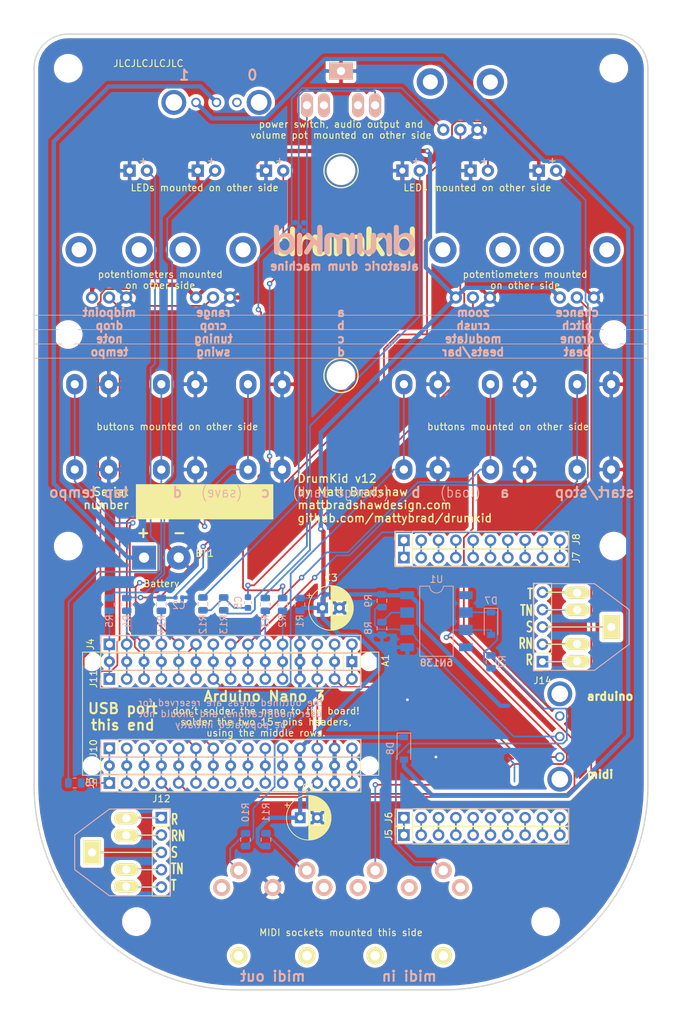
<source format=kicad_pcb>
(kicad_pcb (version 20211014) (generator pcbnew)
  (layers (0 "F.Cu" signal) (31 "B.Cu" signal) (34 "B.Paste" user) (35 "F.Paste" user) (36 "B.SilkS" user "B.Silkscreen") (37 "F.SilkS" user "F.Silkscreen") (38 "B.Mask" user) (39 "F.Mask" user) (44 "Edge.Cuts" user))
  (net 0 "")
  (net 1 "GND")
  (net 2 "Net-(J9-PadRN)")
  (net 3 "Net-(J9-PadTN)")
  (net 4 "/ANALOG_3")
  (net 5 "/ANALOG_1")
  (net 6 "/ANALOG_2")
  (net 7 "Net-(R9-Pad2)")
  (net 8 "/ANALOG_0")
  (net 9 "Net-(BT1-Pad1)")
  (net 10 "Net-(D5-Pad2)")
  (net 11 "/DIGITAL_5")
  (net 12 "Net-(D6-Pad2)")
  (net 13 "/DIGITAL_6")
  (net 14 "/DIGITAL_9")
  (net 15 "/DIGITAL_2")
  (net 16 "Net-(D2-Pad2)")
  (net 17 "Net-(D3-Pad2)")
  (net 18 "/DIGITAL_3")
  (net 19 "/DIGITAL_4")
  (net 20 "Net-(D4-Pad2)")
  (net 21 "/DIGITAL_0")
  (net 22 "/DIGITAL_10")
  (net 23 "/DIGITAL_1")
  (net 24 "/DIGITAL_11")
  (net 25 "/DIGITAL_12")
  (net 26 "/DIGITAL_13")
  (net 27 "/DIGITAL_7")
  (net 28 "/ANALOG_4")
  (net 29 "/DIGITAL_8")
  (net 30 "/ANALOG_5")
  (net 31 "Net-(J2-Pad4)")
  (net 32 "Net-(U1-Pad1)")
  (net 33 "Net-(D1-Pad2)")
  (net 34 "Net-(U1-Pad4)")
  (net 35 "Net-(J2-Pad1)")
  (net 36 "Net-(J2-Pad3)")
  (net 37 "Net-(D7-Pad2)")
  (net 38 "Net-(J9-PadR)")
  (net 39 "VCC")
  (net 40 "Net-(J2-Pad5)")
  (net 41 "Net-(R8-Pad2)")
  (net 42 "Net-(J1-Pad4)")
  (net 43 "Net-(D7-Pad1)")
  (net 44 "Net-(J1-Pad1)")
  (net 45 "Net-(J1-Pad2)")
  (net 46 "Net-(J1-Pad3)")
  (net 47 "Net-(SW8-Pad3)")
  (net 48 "/3V3")
  (net 49 "/AREF")
  (net 50 "/RESET")
  (net 51 "/ANALOG_6")
  (net 52 "/ANALOG_7")
  (net 53 "+9V")
  (net 54 "Net-(D8-Pad2)")
  (net 55 "Net-(SW7-Pad3)")
  (net 56 "Net-(C5-Pad2)")
  (net 57 "Net-(C5-Pad1)")
  (net 58 "Net-(J9-PadT)")
  (net 59 "Net-(C2-Pad1)")
  (net 60 "Net-(J5-Pad10)")
  (net 61 "Net-(J5-Pad9)")
  (net 62 "Net-(J5-Pad8)")
  (net 63 "Net-(J5-Pad7)")
  (net 64 "Net-(J5-Pad6)")
  (net 65 "Net-(J5-Pad5)")
  (net 66 "Net-(J5-Pad4)")
  (net 67 "Net-(J5-Pad3)")
  (net 68 "Net-(J5-Pad2)")
  (net 69 "Net-(J5-Pad1)")
  (net 70 "Net-(J7-Pad10)")
  (net 71 "Net-(J7-Pad9)")
  (net 72 "Net-(J7-Pad8)")
  (net 73 "Net-(J7-Pad7)")
  (net 74 "Net-(J7-Pad6)")
  (net 75 "Net-(J7-Pad5)")
  (net 76 "Net-(J7-Pad4)")
  (net 77 "Net-(J7-Pad3)")
  (net 78 "Net-(J7-Pad2)")
  (net 79 "Net-(J7-Pad1)")
  (net 80 "Net-(J12-Pad5)")
  (net 81 "Net-(J12-Pad4)")
  (net 82 "Net-(J12-Pad3)")
  (net 83 "Net-(J12-Pad2)")
  (net 84 "Net-(J12-Pad1)")
  (net 85 "Net-(J14-Pad5)")
  (net 86 "Net-(J14-Pad4)")
  (net 87 "Net-(J14-Pad3)")
  (net 88 "Net-(J14-Pad2)")
  (net 89 "Net-(J14-Pad1)")
  (net 90 "Net-(D9-Pad2)")
  (footprint "drumkidcustom:MountingHole_3.2mm_M3" (layer "F.Cu") (at 60 105)
    (fp_text reference "H2")
    (fp_text value "MountingHole")
  )
  (footprint "drumkidcustom:MountingHole_3.2mm_M3" (layer "F.Cu") (at 70 160)
    (fp_text reference "H3")
    (fp_text value "MountingHole")
  )
  (footprint "drumkidcustom:MountingHole_3.2mm_M3" (layer "F.Cu") (at 130 160)
    (fp_text reference "H4")
    (fp_text value "MountingHole")
  )
  (footprint "drumkidcustom:MountingHole_3.2mm_M3" (layer "F.Cu") (at 140 105)
    (fp_text reference "H5")
    (fp_text value "MountingHole")
  )
  (footprint "drumkidcustom:MountingHole_3.2mm_M3" (layer "F.Cu") (at 140 35)
    (fp_text reference "H6")
    (fp_text value "MountingHole")
  )
  (footprint "drumkidcustom:MountingHole_3.2mm_M3" (layer "F.Cu") (at 100 50)
    (fp_text reference "H7")
    (fp_text value "MountingHole")
  )
  (footprint "drumkidcustom:MountingHole_3.2mm_M3" (layer "F.Cu") (at 100 80)
    (fp_text reference "H8")
    (fp_text value "MountingHole")
  )
  (footprint "drumkidcustom:MountingHole_3.2mm_M3" (layer "F.Cu") (at 60 35)
    (fp_text reference "H1")
    (fp_text value "MountingHole")
  )
  (footprint "drumkidcustom:MIDI_DIN5" (layer "F.Cu") (at 89.99874 158.0023)
    (fp_text reference "J2")
    (fp_text value "DIN-5_180degree")
  )
  (footprint "drumkidcustom:MIDI_DIN5" (layer "F.Cu") (at 110.00126 158.0023)
    (fp_text reference "J1")
    (fp_text value "DIN-5_180degree")
  )
  (footprint "drumkidcustom:EG1206" (layer "F.Cu") (at 132.08 135.89 90)
    (fp_text reference "SW8")
    (fp_text value "SW_SPDT" hide)
  )
  (footprint "Module:Arduino_Nano_WithMountingHoles" (layer "F.Cu") (at 101.6 121.92 -90)
    (fp_text reference "A1")
    (fp_text value "Arduino_Nano_v3.x")
  )
  (footprint "Connector_PinSocket_2.54mm:PinSocket_1x15_P2.54mm_Vertical" (layer "F.Cu") (at 66.04 119.38 90)
    (fp_text reference "J4")
    (fp_text value "Conn_01x15")
  )
  (footprint "Connector_PinSocket_2.54mm:PinSocket_1x15_P2.54mm_Vertical" (layer "F.Cu") (at 66.04 139.7 90)
    (fp_text reference "J3")
    (fp_text value "Conn_01x15")
  )
  (footprint "Capacitor_THT:CP_Radial_D6.3mm_P2.50mm" (layer "F.Cu") (at 97.282 114.046)
    (fp_text reference "C3")
    (fp_text value "470uF")
  )
  (footprint "Capacitor_THT:CP_Radial_D6.3mm_P2.50mm" (layer "F.Cu") (at 94.02 144.78)
    (fp_text reference "C1")
    (fp_text value "470uF")
  )
  (footprint "Connector_PinSocket_2.54mm:PinSocket_1x10_P2.54mm_Vertical" (layer "F.Cu") (at 109.22 147.32 90)
    (fp_text reference "J5")
    (fp_text value "Conn_01x10")
  )
  (footprint "Connector_PinHeader_2.54mm:PinHeader_1x10_P2.54mm_Vertical" (layer "F.Cu") (at 109.22 144.78 90)
    (fp_text reference "J6")
    (fp_text value "Conn_01x10")
  )
  (footprint "Connector_PinHeader_2.54mm:PinHeader_1x10_P2.54mm_Vertical" (layer "F.Cu") (at 109.22 106.68 90)
    (fp_text reference "J7")
    (fp_text value "Conn_01x10")
  )
  (footprint "Connector_PinSocket_2.54mm:PinSocket_1x10_P2.54mm_Vertical" (layer "F.Cu") (at 109.22 104.14 90)
    (fp_text reference "J8")
    (fp_text value "Conn_01x10")
  )
  (footprint "Connector_PinHeader_2.54mm:PinHeader_1x15_P2.54mm_Vertical" (layer "F.Cu") (at 66.04 134.62 90)
    (fp_text reference "J10")
    (fp_text value "Conn_01x15")
  )
  (footprint "Connector_PinHeader_2.54mm:PinHeader_1x15_P2.54mm_Vertical" (layer "F.Cu") (at 66.04 124.46 90)
    (fp_text reference "J11")
    (fp_text value "Conn_01x15")
  )
  (footprint "Connector_PinSocket_2.54mm:PinSocket_1x05_P2.54mm_Vertical" (layer "F.Cu") (at 129.54 121.92 180)
    (fp_text reference "J14")
    (fp_text value "Conn_01x05")
  )
  (footprint "drumkidcustom:Tayda_3.5mm_stereo_TRS_jack_A-853" (layer "F.Cu") (at 138.03 116.84 -90)
    (fp_text reference "J15")
    (fp_text value "AudioJack3_Ground_Switch")
  )
  (footprint "Connector_PinSocket_2.54mm:PinSocket_1x05_P2.54mm_Vertical" (layer "F.Cu") (at 73.66 144.78)
    (fp_text reference "J12")
    (fp_text value "Conn_01x05")
  )
  (footprint "drumkidcustom:Tayda_3.5mm_stereo_TRS_jack_A-853" (layer "F.Cu") (at 65.096 149.86 90)
    (fp_text reference "J13")
    (fp_text value "AudioJack3_Ground_Switch")
  )
  (footprint "Connector_Wire:SolderWirePad_1x02_P5.08mm_Drill1.5mm" (layer "F.Cu") (at 71.12 106.68)
    (fp_text reference "BT1")
    (fp_text value "Battery")
  )
  (footprint "drumkidcustom:drumkid_logo" (layer "F.Cu") (at 100.5 60)
    (fp_text reference "U3" hide)
    (fp_text value "drumkid_logo" hide)
  )
  (footprint "Package_DIP:PowerIntegrations_SMD-8" (layer "B.Cu") (at 114 116 180)
    (fp_text reference "U1")
    (fp_text value "6N138")
  )
  (footprint "drumkidcustom:Potentiometer_Alps_RK09K_Single_Vertical" (layer "B.Cu") (at 115 44 90)
    (fp_text reference "RV5")
    (fp_text value "10k")
  )
  (footprint "drumkidcustom:Tayda_3.5mm_stereo_TRS_jack_A-853" (layer "B.Cu") (at 100 37 180)
    (fp_text reference "J9")
    (fp_text value "AudioJack3_Ground_Switch")
  )
  (footprint "Resistor_SMD:R_0805_2012Metric" (layer "B.Cu") (at 122 121.9375 90)
    (fp_text reference "R7")
    (fp_text value "220")
  )
  (footprint "Resistor_SMD:R_0805_2012Metric" (layer "B.Cu") (at 68.58 113.538 -90)
    (fp_text reference "R4")
    (fp_text value "680")
  )
  (footprint "Resistor_SMD:R_0805_2012Metric" (layer "B.Cu") (at 93.98 113.538 -90)
    (fp_text reference "R1")
    (fp_text value "680")
  )
  (footprint "Resistor_SMD:R_0805_2012Metric" (layer "B.Cu") (at 91.44 113.538 -90)
    (fp_text reference "R2")
    (fp_text value "680")
  )
  (footprint "Resistor_SMD:R_0805_2012Metric" (layer "B.Cu") (at 88.9 113.538 -90)
    (fp_text reference "R3")
    (fp_text value "680")
  )
  (footprint "Resistor_SMD:R_0805_2012Metric" (layer "B.Cu") (at 60.96 139.7)
    (fp_text reference "R6")
    (fp_text value "680")
  )
  (footprint "Resistor_SMD:R_0805_2012Metric" (layer "B.Cu") (at 106 117.0625 90)
    (fp_text reference "R8")
    (fp_text value "10k")
  )
  (footprint "Resistor_SMD:R_0805_2012Metric" (layer "B.Cu") (at 106 113 -90)
    (fp_text reference "R9")
    (fp_text value "470")
  )
  (footprint "Resistor_SMD:R_0805_2012Metric" (layer "B.Cu") (at 86 148 -90)
    (fp_text reference "R10")
    (fp_text value "220")
  )
  (footprint "Resistor_SMD:R_0805_2012Metric" (layer "B.Cu") (at 89 148 -90)
    (fp_text reference "R11")
    (fp_text value "220")
  )
  (footprint "Resistor_SMD:R_0805_2012Metric" (layer "B.Cu") (at 66.04 113.538 -90)
    (fp_text reference "R5")
    (fp_text value "680")
  )
  (footprint "drumkidcustom:LED_D5.0mm" (layer "B.Cu") (at 89 50)
    (fp_text reference "D4")
    (fp_text value "LED")
  )
  (footprint "drumkidcustom:LED_D5.0mm" (layer "B.Cu") (at 119 50)
    (fp_text reference "D2")
    (fp_text value "LED")
  )
  (footprint "drumkidcustom:LED_D5.0mm" (layer "B.Cu") (at 79 50)
    (fp_text reference "D5")
    (fp_text value "LED")
  )
  (footprint "drumkidcustom:LED_D5.0mm" (layer "B.Cu") (at 69 50)
    (fp_text reference "D6")
    (fp_text value "LED")
  )
  (footprint "drumkidcustom:LED_D5.0mm" (layer "B.Cu") (at 109 50)
    (fp_text reference "D3")
    (fp_text value "LED")
  )
  (footprint "drumkidcustom:SW_PUSH-12mm_Wuerth-430476085716" (layer "B.Cu") (at 86.36 81.28 -90)
    (fp_text reference "SW4")
    (fp_text value "SW_Push")
  )
  (footprint "drumkidcustom:SW_PUSH-12mm_Wuerth-430476085716" (layer "B.Cu") (at 60.96 81.28 -90)
    (fp_text reference "SW6")
    (fp_text value "SW_Push")
  )
  (footprint "drumkidcustom:SW_PUSH-12mm_Wuerth-430476085716" (layer "B.Cu") (at 109.22 81.28 -90)
    (fp_text reference "SW3")
    (fp_text value "SW_Push")
  )
  (footprint "drumkidcustom:SW_PUSH-12mm_Wuerth-430476085716" (layer "B.Cu") (at 121.92 81.28 -90)
    (fp_text reference "SW2")
    (fp_text value "SW_Push")
  )
  (footprint "drumkidcustom:SW_PUSH-12mm_Wuerth-430476085716" (layer "B.Cu") (at 73.66 81.28 -90)
    (fp_text reference "SW5")
    (fp_text value "SW_Push")
  )
  (footprint "drumkidcustom:Potentiometer_Alps_RK09K_Single_Vertical" (layer "B.Cu") (at 78.74 68.58 90)
    (fp_text reference "RV3")
    (fp_text value "R_POT")
  )
  (footprint "drumkidcustom:Potentiometer_Alps_RK09K_Single_Vertical" (layer "B.Cu") (at 63.5 68.58 90)
    (fp_text reference "RV4")
    (fp_text value "R_POT")
  )
  (footprint "drumkidcustom:Potentiometer_Alps_RK09K_Single_Vertical" (layer "B.Cu") (at 132.08 68.58 90)
    (fp_text reference "RV1")
    (fp_text value "R_POT")
  )
  (footprint "drumkidcustom:Potentiometer_Alps_RK09K_Single_Vertical" (layer "B.Cu") (at 116.84 68.58 90)
    (fp_text reference "RV2")
    (fp_text value "R_POT")
  )
  (footprint "drumkidcustom:MountingHole_3.2mm_M3" (layer "B.Cu") (at 140 74)
    (fp_text reference "H10")
    (fp_text value "MountingHole")
  )
  (footprint "drumkidcustom:MountingHole_3.2mm_M3" (layer "B.Cu") (at 60 74)
    (fp_text reference "H9")
    (fp_text value "MountingHole")
  )
  (footprint "drumkidcustom:LED_D5.0mm" (layer "B.Cu") (at 129 50)
    (fp_text reference "D1")
    (fp_text value "LED")
  )
  (footprint "drumkidcustom:EG1206" (layer "B.Cu") (at 78.74 40)
    (fp_text reference "SW7")
    (fp_text value "SW_SPDT" hide)
  )
  (footprint "Diode_SMD:D_SOD-123" (layer "B.Cu") (at 109.22 134.62 -90)
    (fp_text reference "D8")
    (fp_text value "1N5817")
  )
  (footprint "Diode_SMD:D_SOD-123" (layer "B.Cu") (at 122 116.35 -90)
    (fp_text reference "D7")
    (fp_text value "1N4148")
  )
  (footprint "drumkidcustom:SW_PUSH-12mm_Wuerth-430476085716" (layer "B.Cu") (at 134.62 81.28 -90)
    (fp_text reference "SW1")
    (fp_text value "SW_Push")
  )
  (footprint "Capacitor_SMD:C_0603_1608Metric" (layer "B.Cu") (at 86.36 113.2585 -90)
    (fp_text reference "C5")
    (fp_text value "22uF")
  )
  (footprint "Resistor_SMD:R_0805_2012Metric" (layer "B.Cu") (at 79.756 113.4595 -90)
    (fp_text reference "R12")
    (fp_text value "220")
  )
  (footprint "Resistor_SMD:R_0805_2012Metric" (layer "B.Cu") (at 82.804 113.4595 90)
    (fp_text reference "R13")
    (fp_text value "220")
  )
  (footprint "Capacitor_SMD:C_0402_1005Metric" (layer "B.Cu") (at 76.223 112.522)
    (fp_text reference "C2")
    (fp_text value "100nF")
  )
  (footprint "Resistor_SMD:R_0805_2012Metric" (layer "B.Cu") (at 73.66 113.538 -90)
    (fp_text reference "R14")
    (fp_text value "270")
  )
  (footprint "drumkidcustom:drumkid_logo" (layer "B.Cu") (at 100.5 59.75 180)
    (fp_text reference "U2" hide)
    (fp_text value "drumkid_logo" hide)
  )
  (gr_line (start 144.9324 73.279) (end 54.9656 73.279) (layer "B.SilkS") (width 0.1))
  (gr_line (start 144.9324 71.1708) (end 54.991 71.1708) (layer "B.SilkS") (width 0.1))
  (gr_line (start 144.9324 75.3872) (end 54.991 75.3872) (layer "B.SilkS") (width 0.1))
  (gr_line (start 144.9324 77.47) (end 54.991 77.47) (layer "B.SilkS") (width 0.1))
  (gr_line (start 102.87 135.89) (end 102.87 133.35) (layer "B.SilkS") (width 0.15))
  (gr_line (start 64.77 138.43) (end 102.87 138.43) (layer "B.SilkS") (width 0.15))
  (gr_line (start 64.77 118.11) (end 102.87 118.11) (layer "B.SilkS") (width 0.15))
  (gr_line (start 64.77 123.19) (end 102.87 123.19) (layer "B.SilkS") (width 0.15))
  (gr_line (start 74.93 143.51) (end 74.93 156.21) (layer "B.SilkS") (width 0.15))
  (gr_line (start 128.27 110.49) (end 128.27 123.19) (layer "B.SilkS") (width 0.15))
  (gr_line (start 107.95 143.51) (end 133.35 143.51) (layer "B.SilkS") (width 0.15))
  (gr_line (start 107.95 102.87) (end 133.35 102.87) (layer "B.SilkS") (width 0.15))
  (gr_line (start 107.95 107.95) (end 107.95 102.87) (layer "B.SilkS") (width 0.15))
  (gr_line (start 64.77 140.97) (end 64.77 138.43) (layer "B.SilkS") (width 0.15))
  (gr_line (start 102.87 118.11) (end 102.87 120.65) (layer "B.SilkS") (width 0.15))
  (gr_line (start 102.87 140.97) (end 64.77 140.97) (layer "B.SilkS") (width 0.15))
  (gr_line (start 133.35 143.51) (end 133.35 148.59) (layer "B.SilkS") (width 0.15))
  (gr_line (start 102.87 133.35) (end 64.77 133.35) (layer "B.SilkS") (width 0.15))
  (gr_line (start 64.77 135.89) (end 102.87 135.89) (layer "B.SilkS") (width 0.15))
  (gr_line (start 102.87 120.65) (end 64.77 120.65) (layer "B.SilkS") (width 0.15))
  (gr_line (start 66.04 156.21) (end 60.96 152.4) (layer "B.SilkS") (width 0.15))
  (gr_line (start 102.87 138.43) (end 102.87 140.97) (layer "B.SilkS") (width 0.15))
  (gr_line (start 102.87 123.19) (end 102.87 125.73) (layer "B.SilkS") (width 0.15))
  (gr_line (start 142.24 119.38) (end 142.24 114.3) (layer "B.SilkS") (width 0.15))
  (gr_line (start 133.35 102.87) (end 133.35 107.95) (layer "B.SilkS") (width 0.15))
  (gr_line (start 74.93 156.21) (end 66.04 156.21) (layer "B.SilkS") (width 0.15))
  (gr_line (start 107.95 148.59) (end 107.95 143.51) (layer "B.SilkS") (width 0.15))
  (gr_line (start 64.77 125.73) (end 64.77 123.19) (layer "B.SilkS") (width 0.15))
  (gr_line (start 60.96 152.4) (end 60.96 147.32) (layer "B.SilkS") (width 0.15))
  (gr_line (start 142.24 114.3) (end 137.16 110.49) (layer "B.SilkS") (width 0.15))
  (gr_line (start 133.35 107.95) (end 107.95 107.95) (layer "B.SilkS") (width 0.15))
  (gr_line (start 64.77 133.35) (end 64.77 135.89) (layer "B.SilkS") (width 0.15))
  (gr_line (start 133.35 148.59) (end 107.95 148.59) (layer "B.SilkS") (width 0.15))
  (gr_line (start 128.27 123.19) (end 137.16 123.19) (layer "B.SilkS") (width 0.15))
  (gr_line (start 64.77 120.65) (end 64.77 118.11) (layer "B.SilkS") (width 0.15))
  (gr_line (start 102.87 125.73) (end 64.77 125.73) (layer "B.SilkS") (width 0.15))
  (gr_line (start 66.04 143.51) (end 74.93 143.51) (layer "B.SilkS") (width 0.15))
  (gr_line (start 60.96 147.32) (end 66.04 143.51) (layer "B.SilkS") (width 0.15))
  (gr_line (start 137.16 110.49) (end 128.27 110.49) (layer "B.SilkS") (width 0.15))
  (gr_line (start 137.16 123.19) (end 142.24 119.38) (layer "B.SilkS") (width 0.15))
  (gr_line (start 73.66 147.32) (end 68.58 147.32) (layer "F.SilkS") (width 0.15))
  (gr_line (start 129.54 116.84) (end 139.7 116.84) (layer "F.SilkS") (width 0.15))
  (gr_line (start 73.66 152.4) (end 68.58 152.4) (layer "F.SilkS") (width 0.15))
  (gr_line (start 129.54 119.38) (end 134.62 119.38) (layer "F.SilkS") (width 0.15))
  (gr_poly (pts (xy 70 101) (xy 90 101) (xy 90 96) (xy 70 96)) (layer "F.SilkS") (width 0.15) (fill solid))
  (gr_circle (center 100 50) (end 102.5 50) (layer "F.SilkS") (width 0.2) (fill none))
  (gr_line (start 73.66 149.86) (end 63.5 149.86) (layer "F.SilkS") (width 0.15))
  (gr_line (start 73.66 154.94) (end 68.58 154.94) (layer "F.SilkS") (width 0.15))
  (gr_line (start 129.54 114.3) (end 134.62 114.3) (layer "F.SilkS") (width 0.15))
  (gr_circle (center 100 80) (end 100 77.5) (layer "F.SilkS") (width 0.2) (fill none))
  (gr_line (start 73.66 144.78) (end 68.58 144.78) (layer "F.SilkS") (width 0.15))
  (gr_line (start 129.54 121.92) (end 134.62 121.92) (layer "F.SilkS") (width 0.15))
  (gr_line (start 129.54 111.76) (end 134.62 111.76) (layer "F.SilkS") (width 0.15))
  (gr_arc (start 55 35) (mid 56.464466 31.464466) (end 60 30) (layer "Edge.Cuts") (width 0.2))
  (gr_line (start 145 35) (end 145 140) (layer "Edge.Cuts") (width 0.2))
  (gr_arc (start 140 30) (mid 143.535534 31.464466) (end 145 35) (layer "Edge.Cuts") (width 0.2))
  (gr_line (start 55 140) (end 55 35) (layer "Edge.Cuts") (width 0.2))
  (gr_arc (start 145 140) (mid 136.213203 161.213203) (end 115 170) (layer "Edge.Cuts") (width 0.2))
  (gr_line (start 60 30) (end 140 30) (layer "Edge.Cuts") (width 0.2))
  (gr_line (start 115 170) (end 85 170) (layer "Edge.Cuts") (width 0.2))
  (gr_arc (start 85 170) (mid 63.786797 161.213203) (end 55 140) (layer "Edge.Cuts") (width 0.2))
  (gr_text "range\ncrop\ntuning\nswing" (at 81.28 73.66) (layer "B.SilkS") (effects (font (size 1.2 1.2) (thickness 0.3)) (justify mirror)))
  (gr_text "midpoint\ndrop\nnote\ntempo" (at 66.04 73.66) (layer "B.SilkS") (effects (font (size 1.2 1.2) (thickness 0.3)) (justify mirror)))
  (gr_text "zoom\ncrush\nmodulate\nbeats/bar" (at 119.38 73.66) (layer "B.SilkS") (effects (font (size 1.2 1.2) (thickness 0.3)) (justify mirror)))
  (gr_text "6N138" (at 114 122.1) (layer "B.SilkS") (effects (font (size 1 1) (thickness 0.2)) (justify mirror)))
  (gr_text "a\nb\nc\nd" (at 100 73.66) (layer "B.SilkS") (effects (font (size 1.2 1.2) (thickness 0.3)) (justify mirror)))
  (gr_text "(load)" (at 117.5 97.12) (layer "B.SilkS") (effects (font (size 1.5 1.3)) (justify mirror)))
  (gr_text "(save)" (at 82.5 97.12) (layer "B.SilkS") (effects (font (size 1.5 1.3)) (justify mirror)))
  (gr_text "(change bank)" (at 100 97.12) (layer "B.SilkS") (effects (font (size 1.5 1.3)) (justify mirror)))
  (gr_text "+" (at 71 48.5) (layer "B.SilkS") (effects (font (size 1 1))))
  (gr_text "+" (at 121 48.5) (layer "B.SilkS") (effects (font (size 1 1))))
  (gr_text "+" (at 81 48.5) (layer "B.SilkS") (effects (font (size 1 1))))
  (gr_text "+" (at 91 48.5) (layer "B.SilkS") (effects (font (size 1 1))))
  (gr_text "+" (at 131 48.5) (layer "B.SilkS") (effects (font (size 1 1))))
  (gr_text "+" (at 111 48.5) (layer "B.SilkS") (effects (font (size 1 1))))
  (gr_text "the outlined areas are reserved for\nuser modifications, and should not\nbe populated initially" (at 83.82 129.54) (layer "B.SilkS") (effects (font (size 1 1)) (justify mirror)))
  (gr_text "midi in" (at 110 168) (layer "B.SilkS") (effects (font (size 1.5 1.5) (thickness 0.3)) (justify mirror)))
  (gr_text "midi out" (at 90 168) (layer "B.SilkS") (effects (font (size 1.5 1.5) (thickness 0.3)) (justify mirror)))
  (gr_text "c" (at 88.9 97.12) (layer "B.SilkS") (effects (font (size 1.5 1.5) (thickness 0.3)) (justify mirror)))
  (gr_text "d" (at 76 97.12) (layer "B.SilkS") (effects (font (size 1.5 1.5) (thickness 0.3)) (justify mirror)))
  (gr_text "a" (at 124 97.12) (layer "B.SilkS") (effects (font (size 1.5 1.5) (thickness 0.3)) (justify mirror)))
  (gr_text "b" (at 111 97.12) (layer "B.SilkS") (effects (font (size 1.5 1.5) (thickness 0.3)) (justify mirror)))
  (gr_text "0" (at 87 36) (layer "B.SilkS") (effects (font (size 1.5 1.5) (thickness 0.3)) (justify mirror)))
  (gr_text "start/stop" (at 137.16 97.12) (layer "B.SilkS") (effects (font (size 1.5 1.5) (thickness 0.3)) (justify mirror)))
  (gr_text "aleatoric drum machine" (at 100.5 64) (layer "B.SilkS") (effects (font (size 1.2 1.2) (thickness 0.3)) (justify mirror)))
  (gr_text "tap tempo" (at 63 97.12) (layer "B.SilkS") (effects (font (size 1.5 1.5) (thickness 0.3)) (justify mirror)))
  (gr_text "1" (at 77 36) (layer "B.SilkS") (effects (font (size 1.5 1.5) (thickness 0.3)) (justify mirror)))
  (gr_text "chance\npitch\ndrone\nbeat" (at 134.62 73.66) (layer "B.SilkS") (effects (font (size 1.2 1.2) (thickness 0.3)) (justify mirror)))
  (gr_text "arduino" (at 135.89 127) (layer "F.SilkS") (effects (font (size 1.2 1.2) (thickness 0.3)) (justify left)))
  (gr_text "+" (at 131 48.5) (layer "F.SilkS") (effects (font (size 1 1))))
  (gr_text "DrumKid v12\nby Matt Bradshaw\nmattbradshawdesign.com\ngithub.com/mattybrad/drumkid" (at 93.5 98) (layer "F.SilkS") (effects (font (size 1.2 1.2) (thickness 0.2)) (justify left)))
  (gr_text "T\nTN\nS\nRN\nR" (at 128.27 116.84) (layer "F.SilkS") (effects (font (size 1.5 1) (thickness 0.25)) (justify right)))
  (gr_text "buttons mounted on other side" (at 76 87.5) (layer "F.SilkS") (effects (font (size 1 1))))
  (gr_text "LEDs mounted on other side" (at 80 52.5) (layer "F.SilkS") (effects (font (size 1 1))))
  (gr_text "LEDs mounted on other side" (at 120 52.5) (layer "F.SilkS") (effects (font (size 1 1))))
  (gr_text "power switch, audio output and\nvolume pot mounted on other side" (at 100 44) (layer "F.SilkS") (effects (font (size 1 1))))
  (gr_text "midi" (at 135.89 138.43) (layer "F.SilkS") (effects (font (size 1.2 1.2) (thickness 0.3)) (justify left)))
  (gr_text "potentiometers mounted\non other side" (at 127 66) (layer "F.SilkS") (effects (font (size 1 1))))
  (gr_text "Serial\nnumber" (at 69 98) (layer "F.SilkS") (effects (font (size 1.2 1.2) (thickness 0.2)) (justify right)))
  (gr_text "+" (at 111 48.5) (layer "F.SilkS") (effects (font (size 1 1))))
  (gr_text "Arduino Nano 3" (at 88.75 127) (layer "F.SilkS") (effects (font (size 1.5 1.5) (thickness 0.3))))
  (gr_text "MIDI sockets mounted this side" (at 100 161.6) (layer "F.SilkS") (effects (font (size 1 1))))
  (gr_text "JLCJLCJLCJLC" (at 71.755 34.29) (layer "F.SilkS") (effects (font (size 1 1))))
  (gr_text "+" (at 91 48.5) (layer "F.SilkS") (effects (font (size 1 1))))
  (gr_text "don't solder the nano to the board!\nsolder the two 15-pins headers,\nusing the middle rows." (at 89 130.75) (layer "F.SilkS") (effects (font (size 1 1))))
  (gr_text "USB port\nthis end" (at 68 130) (layer "F.SilkS") (effects (font (size 1.5 1.5) (thickness 0.3))))
  (gr_text "+" (at 71 48.5) (layer "F.SilkS") (effects (font (size 1 1))))
  (gr_text "+   -" (at 73.66 103) (layer "F.SilkS") (effects (font (size 1.5 1.5) (thickness 0.3))))
  (gr_text "potentiometers mounted\non other side" (at 73.5 66) (layer "F.SilkS") (effects (font (size 1 1))))
  (gr_text "+" (at 81 48.5) (layer "F.SilkS") (effects (font (size 1 1))))
  (gr_text "buttons mounted on other side" (at 124.5 87.5) (layer "F.SilkS") (effects (font (size 1 1))))
  (gr_text "R\nRN\nS\nTN\nT" (at 74.93 149.86) (layer "F.SilkS") (effects (font (size 1.5 1) (thickness 0.25)) (justify left)))
  (gr_text "+" (at 121 48.5) (layer "F.SilkS") (effects (font (size 1 1))))
  (segment (start 109 51.525) (end 109 50) (width 0.625) (layer "F.Cu") (net 1))
  (segment (start 83.74 68.58) (end 91.945 68.58) (width 0.625) (layer "F.Cu") (net 1))
  (segment (start 109.728 131.699) (end 109.728 127.508) (width 0.625) (layer "F.Cu") (net 1))
  (segment (start 91.945 68.58) (end 109 51.525) (width 0.625) (layer "F.Cu") (net 1))
  (segment (start 113.919 135.89) (end 109.728 131.699) (width 0.625) (layer "F.Cu") (net 1))
  (via (at 113.919 135.89) (size 0.8) (drill 0.4) (layers "F.Cu" "B.Cu") (net 1))
  (via (at 109.728 127.508) (size 0.8) (drill 0.4) (layers "F.Cu" "B.Cu") (net 1))
  (segment (start 123.5625 139.5) (end 117.529 139.5) (width 0.625) (layer "B.Cu") (net 1))
  (segment (start 117.529 139.5) (end 113.919 135.89) (width 0.625) (layer "B.Cu") (net 1))
  (segment (start 93.98 124.46) (end 93.98 119.38) (width 0.625) (layer "B.Cu") (net 1))
  (segment (start 109.728 127.508) (end 109.728 119.838) (width 0.625) (layer "B.Cu") (net 1))
  (segment (start 109.728 119.838) (end 109.7 119.81) (width 0.625) (layer "B.Cu") (net 1))
  (segment (start 99.06 139.7) (end 99.06 134.62) (width 0.625) (layer "B.Cu") (net 1))
  (segment (start 67.53501 118.685988) (end 67.215001 119.005997) (width 0.25) (layer "F.Cu") (net 4))
  (segment (start 77.597 130.937) (end 81.28 134.62) (width 0.25) (layer "F.Cu") (net 4))
  (segment (start 67.215001 119.005997) (end 67.215001 122.410001) (width 0.25) (layer "F.Cu") (net 4))
  (segment (start 64.715001 123.499997) (end 64.715001 125.420003) (width 0.25) (layer "F.Cu") (net 4))
  (segment (start 67.215001 122.410001) (end 66.340003 123.284999) (width 0.25) (layer "F.Cu") (net 4))
  (segment (start 70.231998 130.937) (end 77.597 130.937) (width 0.25) (layer "F.Cu") (net 4))
  (segment (start 67.53501 70.11501) (end 67.215001 69.795001) (width 0.25) (layer "F.Cu") (net 4))
  (segment (start 66 68.58) (end 67.215001 69.795001) (width 0.25) (layer "F.Cu") (net 4))
  (segment (start 67.53501 118.685988) (end 67.53501 70.11501) (width 0.25) (layer "F.Cu") (net 4))
  (segment (start 66.340003 123.284999) (end 64.929999 123.284999) (width 0.25) (layer "F.Cu") (net 4))
  (segment (start 64.929999 123.284999) (end 64.715001 123.499997) (width 0.25) (layer "F.Cu") (net 4))
  (segment (start 64.715001 125.420003) (end 70.231998 130.937) (width 0.25) (layer "F.Cu") (net 4))
  (segment (start 81.28 135.822081) (end 81.28 139.7) (width 0.25) (layer "B.Cu") (net 4))
  (segment (start 81.28 134.62) (end 81.28 135.822081) (width 0.25) (layer "B.Cu") (net 4))
  (segment (start 77.791501 141.291501) (end 77.049999 140.549999) (width 0.25) (layer "F.Cu") (net 5))
  (segment (start 134.231501 140.172721) (end 133.112721 141.291501) (width 0.25) (layer "F.Cu") (net 5))
  (segment (start 119.34 102.440998) (end 118.015001 103.765997) (width 0.25) (layer "F.Cu") (net 5))
  (segment (start 119.34 68.58) (end 119.34 102.440998) (width 0.25) (layer "F.Cu") (net 5))
  (segment (start 118.015001 103.765997) (end 118.015001 117.307999) (width 0.25) (layer "F.Cu") (net 5))
  (segment (start 77.049999 140.549999) (end 76.2 139.7) (width 0.25) (layer "F.Cu") (net 5))
  (segment (start 134.231501 133.524499) (end 134.231501 140.172721) (width 0.25) (layer "F.Cu") (net 5))
  (segment (start 118.015001 117.307999) (end 134.231501 133.524499) (width 0.25) (layer "F.Cu") (net 5))
  (segment (start 133.112721 141.291501) (end 77.791501 141.291501) (width 0.25) (layer "F.Cu") (net 5))
  (segment (start 76.2 134.62) (end 76.2 139.7) (width 0.25) (layer "B.Cu") (net 5))
  (segment (start 81.24 68.58) (end 80.014999 69.805001) (width 0.25) (layer "F.Cu") (net 6))
  (segment (start 64.38499 69.508012) (end 64.38499 94.68239) (width 0.25) (layer "F.Cu") (net 6))
  (segment (start 80.014999 69.805001) (end 71.538003 69.805001) (width 0.25) (layer "F.Cu") (net 6))
  (segment (start 62.274999 123.616411) (end 70.484588 131.826) (width 0.25) (layer "F.Cu") (net 6))
  (segment (start 62.274999 121.346799) (end 62.274999 123.616411) (width 0.25) (layer "F.Cu") (net 6))
  (segment (start 69.088001 67.354999) (end 65.411999 67.354999) (width 0.25) (layer "F.Cu") (net 6))
  (segment (start 64.8 68.1) (end 64.774999 68.125001) (width 0.25) (layer "F.Cu") (net 6))
  (segment (start 64.774999 68.125001) (end 64.774999 69.118003) (width 0.25) (layer "F.Cu") (net 6))
  (segment (start 71.538003 69.805001) (end 69.088001 67.354999) (width 0.25) (layer "F.Cu") (net 6))
  (segment (start 64.725001 95.022401) (end 64.725001 118.896797) (width 0.25) (layer "F.Cu") (net 6))
  (segment (start 75.946 131.826) (end 78.74 134.62) (width 0.25) (layer "F.Cu") (net 6))
  (segment (start 70.484588 131.826) (end 75.946 131.826) (width 0.25) (layer "F.Cu") (net 6))
  (segment (start 64.774999 69.118003) (end 64.38499 69.508012) (width 0.25) (layer "F.Cu") (net 6))
  (segment (start 64.725001 118.896797) (end 62.274999 121.346799) (width 0.25) (layer "F.Cu") (net 6))
  (segment (start 65.411999 67.354999) (end 64.8 68.1) (width 0.25) (layer "F.Cu") (net 6))
  (segment (start 64.38499 94.68239) (end 64.725001 95.022401) (width 0.25) (layer "F.Cu") (net 6))
  (segment (start 78.74 139.7) (end 78.74 138.497919) (width 0.25) (layer "B.Cu") (net 6))
  (segment (start 78.74 138.497919) (end 78.74 134.62) (width 0.25) (layer "B.Cu") (net 6))
  (segment (start 125.32 132.89) (end 110.95 118.52) (width 0.25) (layer "B.Cu") (net 7))
  (segment (start 106 113.9375) (end 105.3 113.9375) (width 0.25) (layer "B.Cu") (net 7))
  (segment (start 110.95 118.52) (end 110.95 118.28) (width 0.25) (layer "B.Cu") (net 7))
  (segment (start 110.95 118.28) (end 109.94 117.27) (width 0.25) (layer "B.Cu") (net 7))
  (segment (start 108.45 117.27) (end 109.7 117.27) (width 0.25) (layer "B.Cu") (net 7))
  (segment (start 105.55814 117.18749) (end 108.36749 117.18749) (width 0.25) (layer "B.Cu") (net 7))
  (segment (start 108.36749 117.18749) (end 108.45 117.27) (width 0.25) (layer "B.Cu") (net 7))
  (segment (start 104.97499 116.60434) (end 105.55814 117.18749) (width 0.25) (layer "B.Cu") (net 7))
  (segment (start 105.3 113.9375) (end 104.97499 114.26251) (width 0.25) (layer "B.Cu") (net 7))
  (segment (start 104.97499 114.26251) (end 104.97499 116.60434) (width 0.25) (layer "B.Cu") (net 7))
  (segment (start 109.94 117.27) (end 109.7 117.27) (width 0.25) (layer "B.Cu") (net 7))
  (segment (start 132.08 132.89) (end 125.32 132.89) (width 0.25) (layer "B.Cu") (net 7))
  (segment (start 74.509999 140.549999) (end 73.66 139.7) (width 0.25) (layer "F.Cu") (net 8))
  (segment (start 134.58 68.58) (end 136.69501 70.69501) (width 0.25) (layer "F.Cu") (net 8))
  (segment (start 136.69501 70.69501) (end 136.69501 138.345622) (width 0.25) (layer "F.Cu") (net 8))
  (segment (start 75.701511 141.741511) (end 74.509999 140.549999) (width 0.25) (layer "F.Cu") (net 8))
  (segment (start 133.299121 141.741511) (end 75.701511 141.741511) (width 0.25) (layer "F.Cu") (net 8))
  (segment (start 136.69501 138.345622) (end 133.299121 141.741511) (width 0.25) (layer "F.Cu") (net 8))
  (segment (start 73.66 138.497919) (end 73.66 134.62) (width 0.25) (layer "B.Cu") (net 8))
  (segment (start 73.66 139.7) (end 73.66 138.497919) (width 0.25) (layer "B.Cu") (net 8))
  (segment (start 65.962128 37.660999) (end 57.887499 45.735628) (width 0.625) (layer "B.Cu") (net 9))
  (segment (start 68.74494 106.68) (end 71.12 106.68) (width 0.625) (layer "B.Cu") (net 9))
  (segment (start 79.400999 37.660999) (end 65.962128 37.660999) (width 0.625) (layer "B.Cu") (net 9))
  (segment (start 81.74 40) (end 79.400999 37.660999) (width 0.625) (layer "B.Cu") (net 9))
  (segment (start 57.887499 45.735628) (end 57.887499 95.822559) (width 0.625) (layer "B.Cu") (net 9))
  (segment (start 57.887499 95.822559) (end 68.74494 106.68) (width 0.625) (layer "B.Cu") (net 9))
  (segment (start 74.09508 109.062862) (end 74.09508 95.889922) (width 0.25) (layer "B.Cu") (net 10))
  (segment (start 74.514999 62.696001) (end 74.514999 57.025001) (width 0.25) (layer "B.Cu") (net 10))
  (segment (start 75.23501 63.416012) (end 74.514999 62.696001) (width 0.25) (layer "B.Cu") (net 10))
  (segment (start 66.04 112.6005) (end 66.04 112.113) (width 0.25) (layer "B.Cu") (net 10))
  (segment (start 71.369952 111.78799) (end 74.09508 109.062862) (width 0.25) (layer "B.Cu") (net 10))
  (segment (start 66.85251 111.78799) (end 71.369952 111.78799) (width 0.25) (layer "B.Cu") (net 10))
  (segment (start 74.514999 57.025001) (end 80.640001 50.899999) (width 0.25) (layer "B.Cu") (net 10))
  (segment (start 80.640001 50.899999) (end 81.54 50) (width 0.25) (layer "B.Cu") (net 10))
  (segment (start 66.04 112.6005) (end 66.85251 111.78799) (width 0.25) (layer "B.Cu") (net 10))
  (segment (start 75.23501 94.749992) (end 75.23501 63.416012) (width 0.25) (layer "B.Cu") (net 10))
  (segment (start 74.09508 95.889922) (end 75.23501 94.749992) (width 0.25) (layer "B.Cu") (net 10))
  (segment (start 94.234 109.601) (end 84.455 119.38) (width 0.25) (layer "F.Cu") (net 11))
  (segment (start 84.455 119.38) (end 83.82 119.38) (width 0.25) (layer "F.Cu") (net 11))
  (via (at 94.234 109.601) (size 0.8) (drill 0.4) (layers "F.Cu" "B.Cu") (net 11))
  (segment (start 101 105.91002) (end 97.92498 105.91002) (width 0.25) (layer "B.Cu") (net 11))
  (segment (start 121.92 93.78) (end 120.42 93.78) (width 0.25) (layer "B.Cu") (net 11))
  (segment (start 121.92 93.78) (end 121.92 81.28) (width 0.25) (layer "B.Cu") (net 11))
  (segment (start 111.30501 95.60501) (end 101 105.91002) (width 0.25) (layer "B.Cu") (net 11))
  (segment (start 121.424999 94.275001) (end 121.92 93.78) (width 0.25) (layer "B.Cu") (net 11))
  (segment (start 120.42 93.78) (end 118.59499 95.60501) (width 0.25) (layer "B.Cu") (net 11))
  (segment (start 118.59499 95.60501) (end 111.30501 95.60501) (width 0.25) (layer "B.Cu") (net 11))
  (segment (start 83.82 119.38) (end 83.82 124.46) (width 0.25) (layer "B.Cu") (net 11))
  (segment (start 94.633999 109.201001) (end 94.234 109.601) (width 0.25) (layer "B.Cu") (net 11))
  (segment (start 97.92498 105.91002) (end 94.633999 109.201001) (width 0.25) (layer "B.Cu") (net 11))
  (segment (start 60.071 117.221) (end 60.0225 139) (width 0.25) (layer "B.Cu") (net 12))
  (segment (start 73.130061 108.755061) (end 64.472939 108.755061) (width 0.25) (layer "B.Cu") (net 12))
  (segment (start 72.08499 78.930008) (end 72.08499 103.559868) (width 0.25) (layer "B.Cu") (net 12))
  (segment (start 60.0225 139) (end 60.0225 139.7) (width 0.25) (layer "B.Cu") (net 12))
  (segment (start 73.195061 104.669939) (end 73.195061 108.690061) (width 0.25) (layer "B.Cu") (net 12))
  (segment (start 60.071 113.157) (end 60.071 117.221) (width 0.25) (layer "B.Cu") (net 12))
  (segment (start 72.725001 51.185001) (end 72.725001 78.289997) (width 0.25) (layer "B.Cu") (net 12))
  (segment (start 73.195061 108.690061) (end 73.130061 108.755061) (width 0.25) (layer "B.Cu") (net 12))
  (segment (start 71.54 50) (end 72.725001 51.185001) (width 0.25) (layer "B.Cu") (net 12))
  (segment (start 72.08499 103.559868) (end 73.195061 104.669939) (width 0.25) (layer "B.Cu") (net 12))
  (segment (start 64.472939 108.755061) (end 60.071 113.157) (width 0.25) (layer "B.Cu") (net 12))
  (segment (start 72.725001 78.289997) (end 72.08499 78.930008) (width 0.25) (layer "B.Cu") (net 12))
  (segment (start 92.004001 125.635001) (end 92.615001 125.024001) (width 0.25) (layer "B.Cu") (net 13))
  (segment (start 109.22 92.03) (end 109.22 81.28) (width 0.25) (layer "B.Cu") (net 13))
  (segment (start 92.615001 125.024001) (end 92.615001 109.034999) (width 0.25) (layer "B.Cu") (net 13))
  (segment (start 92.615001 109.034999) (end 107.5 94.15) (width 0.25) (layer "B.Cu") (net 13))
  (segment (start 82.455001 125.635001) (end 92.004001 125.635001) (width 0.25) (layer "B.Cu") (net 13))
  (segment (start 107.5 94) (end 107.72 93.78) (width 0.25) (layer "B.Cu") (net 13))
  (segment (start 81.28 124.46) (end 81.28 123.257919) (width 0.25) (layer "B.Cu") (net 13))
  (segment (start 81.28 124.46) (end 82.455001 125.635001) (width 0.25) (layer "B.Cu") (net 13))
  (segment (start 81.28 123.257919) (end 81.28 119.38) (width 0.25) (layer "B.Cu") (net 13))
  (segment (start 107.5 94.15) (end 107.5 94) (width 0.25) (layer "B.Cu") (net 13))
  (segment (start 109.22 93.78) (end 109.22 92.03) (width 0.25) (layer "B.Cu") (net 13))
  (segment (start 107.72 93.78) (end 109.22 93.78) (width 0.25) (layer "B.Cu") (net 13))
  (segment (start 73.66 119.38) (end 73.66 118.177919) (width 0.25) (layer "B.Cu") (net 14))
  (segment (start 73.66 118.177919) (end 73.66 114.4755) (width 0.25) (layer "B.Cu") (net 14))
  (segment (start 73.66 119.38) (end 73.66 124.46) (width 0.25) (layer "B.Cu") (net 14))
  (segment (start 91.44 119.38) (end 91.44 114.4755) (width 0.25) (layer "B.Cu") (net 15))
  (segment (start 91.44 124.46) (end 91.44 119.38) (width 0.25) (layer "B.Cu") (net 15))
  (segment (start 86.011999 111.469001) (end 85.634999 111.092001) (width 0.25) (layer "F.Cu") (net 16))
  (segment (start 120.588001 42.774999) (end 121.54 43.726998) (width 0.25) (layer "F.Cu") (net 16))
  (segment (start 121.54 43.726998) (end 121.54 48.727208) (width 0.25) (layer "F.Cu") (net 16))
  (segment (start 116.274999 47.078003) (end 116.274999 43.411999) (width 0.25) (layer "F.Cu") (net 16))
  (segment (start 91.2899 96.3275) (end 106.3 81.3174) (width 0.25) (layer "F.Cu") (net 16))
  (segment (start 106.3 76.1) (end 108.4 74) (width 0.25) (layer "F.Cu") (net 16))
  (segment (start 121.54 48.727208) (end 121.54 50) (width 0.25) (layer "F.Cu") (net 16))
  (segment (start 112.614999 50.738003) (end 116.274999 47.078003) (width 0.25) (layer "F.Cu") (net 16))
  (segment (start 85.634999 111.092001) (end 85.634999 100.952502) (width 0.25) (layer "F.Cu") (net 16))
  (segment (start 106.3 81.3174) (end 106.3 76.1) (width 0.25) (layer "F.Cu") (net 16))
  (segment (start 85.634999 100.952502) (end 90.260001 96.3275) (width 0.25) (layer "F.Cu") (net 16))
  (segment (start 112.614999 73.972502) (end 112.614999 50.738003) (width 0.25) (layer "F.Cu") (net 16))
  (segment (start 90.841999 111.469001) (end 86.011999 111.469001) (width 0.25) (layer "F.Cu") (net 16))
  (segment (start 91.44 110.871) (end 90.841999 111.469001) (width 0.25) (layer "F.Cu") (net 16))
  (segment (start 116.274999 43.411999) (end 116.911999 42.774999) (width 0.25) (layer "F.Cu") (net 16))
  (segment (start 108.9 74) (end 112.614999 73.972502) (width 0.25) (layer "F.Cu") (net 16))
  (segment (start 90.260001 96.3275) (end 91.2899 96.3275) (width 0.25) (layer "F.Cu") (net 16))
  (segment (start 116.911999 42.774999) (end 120.588001 42.774999) (width 0.25) (layer "F.Cu") (net 16))
  (segment (start 108.4 74) (end 108.9 74) (width 0.25) (layer "F.Cu") (net 16))
  (via (at 91.44 110.871) (size 0.8) (drill 0.4) (layers "F.Cu" "B.Cu") (net 16))
  (segment (start 91.44 112.6005) (end 91.44 110.871) (width 0.25) (layer "B.Cu") (net 16))
  (segment (start 111.54 71.309002) (end 95.45001 87.398992) (width 0.25) (layer "B.Cu") (net 17))
  (segment (start 111.54 50) (end 111.54 71.309002) (width 0.25) (layer "B.Cu") (net 17))
  (segment (start 95.45001 87.398992) (end 95.45001 105.56299) (width 0.25) (layer "B.Cu") (net 17))
  (segment (start 95.45001 105.56299) (end 88.9 112.113) (width 0.25) (layer "B.Cu") (net 17))
  (segment (start 88.9 112.113) (end 88.9 112.6005) (width 0.25) (layer "B.Cu") (net 17))
  (segment (start 88.9 119.38) (end 88.9 120.582081) (width 0.25) (layer "B.Cu") (net 18))
  (segment (start 88.9 120.582081) (end 88.9 124.46) (width 0.25) (layer "B.Cu") (net 18))
  (segment (start 88.9 119.38) (end 88.9 114.4755) (width 0.25) (layer "B.Cu") (net 18))
  (segment (start 96.139 109.601) (end 86.36 119.38) (width 0.25) (layer "F.Cu") (net 19))
  (via (at 96.139 109.601) (size 0.8) (drill 0.4) (layers "F.Cu" "B.Cu") (net 19))
  (segment (start 134.224989 95.925011) (end 134.62 95.53) (width 0.25) (layer "B.Cu") (net 19))
  (segment (start 101.23997 106.36003) (end 111.54498 96.05502) (width 0.25) (layer "B.Cu") (net 19))
  (segment (start 134.62 95.53) (end 134.62 93.78) (width 0.25) (layer "B.Cu") (net 19))
  (segment (start 134.09498 96.05502) (end 134.62 95.53) (width 0.25) (layer "B.Cu") (net 19))
  (segment (start 86.36 124.46) (end 86.36 123.257919) (width 0.25) (layer "B.Cu") (net 19))
  (segment (start 134.62 93.78) (end 134.62 81.28) (width 0.25) (layer "B.Cu") (net 19))
  (segment (start 96.139 109.601) (end 99.37997 106.36003) (width 0.25) (layer "B.Cu") (net 19))
  (segment (start 86.36 123.257919) (end 86.36 119.38) (width 0.25) (layer "B.Cu") (net 19))
  (segment (start 111.54498 96.05502) (end 134.09498 96.05502) (width 0.25) (layer "B.Cu") (net 19))
  (segment (start 99.37997 106.36003) (end 101.23997 106.36003) (width 0.25) (layer "B.Cu") (net 19))
  (segment (start 91.54 50) (end 91.54 64.543) (width 0.25) (layer "F.Cu") (net 20))
  (segment (start 89.154 96.647) (end 73.429091 112.522) (width 0.25) (layer "F.Cu") (net 20))
  (segment (start 89.535 91.821) (end 89.535 96.266) (width 0.25) (layer "F.Cu") (net 20))
  (segment (start 73.429091 112.522) (end 70.612 112.522) (width 0.25) (layer "F.Cu") (net 20))
  (segment (start 91.54 64.543) (end 89.535 66.548) (width 0.25) (layer "F.Cu") (net 20))
  (segment (start 89.535 96.266) (end 89.154 96.647) (width 0.25) (layer "F.Cu") (net 20))
  (via (at 89.535 66.548) (size 0.8) (drill 0.4) (layers "F.Cu" "B.Cu") (net 20))
  (via (at 89.535 91.821) (size 0.8) (drill 0.4) (layers "F.Cu" "B.Cu") (net 20))
  (via (at 70.612 112.522) (size 0.8) (drill 0.4) (layers "F.Cu" "B.Cu") (net 20))
  (segment (start 89.535 66.548) (end 89.535 91.821) (width 0.25) (layer "B.Cu") (net 20))
  (segment (start 68.6585 112.522) (end 68.58 112.6005) (width 0.25) (layer "B.Cu") (net 20))
  (segment (start 70.612 112.522) (end 68.6585 112.522) (width 0.25) (layer "B.Cu") (net 20))
  (segment (start 99.909999 125.309999) (end 99.06 124.46) (width 0.25) (layer "F.Cu") (net 21))
  (segment (start 115.800003 125.635001) (end 100.235001 125.635001) (width 0.25) (layer "F.Cu") (net 21))
  (segment (start 132.08 135.89) (end 126.055002 135.89) (width 0.25) (layer "F.Cu") (net 21))
  (segment (start 100.235001 125.635001) (end 99.909999 125.309999) (width 0.25) (layer "F.Cu") (net 21))
  (segment (start 126.055002 135.89) (end 115.800003 125.635001) (width 0.25) (layer "F.Cu") (net 21))
  (segment (start 99.06 124.46) (end 99.06 119.38) (width 0.25) (layer "B.Cu") (net 21))
  (segment (start 69.044939 102.024061) (end 69.044939 117.304939) (width 0.25) (layer "F.Cu") (net 22))
  (segment (start 69.044939 117.304939) (end 70.270001 118.530001) (width 0.25) (layer "F.Cu") (net 22))
  (segment (start 70.270001 118.530001) (end 71.12 119.38) (width 0.25) (layer "F.Cu") (net 22))
  (segment (start 69.469 101.6) (end 69.044939 102.024061) (width 0.25) (layer "F.Cu") (net 22))
  (via (at 69.469 101.6) (size 0.8) (drill 0.4) (layers "F.Cu" "B.Cu") (net 22))
  (segment (start 67.03 101.6) (end 68.903315 101.6) (width 0.25) (layer "B.Cu") (net 22))
  (segment (start 71.12 124.46) (end 71.12 123.257919) (width 0.25) (layer "B.Cu") (net 22))
  (segment (start 60.96 93.78) (end 60.96 95.53) (width 0.25) (layer "B.Cu") (net 22))
  (segment (start 60.96 81.28) (end 60.96 93.78) (width 0.25) (layer "B.Cu") (net 22))
  (segment (start 68.903315 101.6) (end 69.469 101.6) (width 0.25) (layer "B.Cu") (net 22))
  (segment (start 60.96 95.53) (end 67.03 101.6) (width 0.25) (layer "B.Cu") (net 22))
  (segment (start 71.12 123.257919) (end 71.12 119.38) (width 0.25) (layer "B.Cu") (net 22))
  (segment (start 60.5 94.15) (end 62.019 94.15) (width 0.25) (layer "B.Cu") (net 22))
  (segment (start 86 148.9375) (end 87.14998 147.78752) (width 0.25) (layer "B.Cu") (net 23))
  (segment (start 87.14998 143.37902) (end 90.264999 140.264001) (width 0.25) (layer "B.Cu") (net 23))
  (segment (start 98.685997 125.635001) (end 100.424999 125.635001) (width 0.25) (layer "B.Cu") (net 23))
  (segment (start 90.264999 140.264001) (end 90.264999 134.055999) (width 0.25) (layer "B.Cu") (net 23))
  (segment (start 90.264999 134.055999) (end 98.685997 125.635001) (width 0.25) (layer "B.Cu") (net 23))
  (segment (start 100.424999 125.635001) (end 100.750001 125.309999) (width 0.25) (layer "B.Cu") (net 23))
  (segment (start 100.750001 125.309999) (end 101.6 124.46) (width 0.25) (layer "B.Cu") (net 23))
  (segment (start 101.6 123.257919) (end 101.6 119.38) (width 0.25) (layer "B.Cu") (net 23))
  (segment (start 87.14998 147.78752) (end 87.14998 143.37902) (width 0.25) (layer "B.Cu") (net 23))
  (segment (start 101.6 124.46) (end 101.6 123.257919) (width 0.25) (layer "B.Cu") (net 23))
  (segment (start 68.58 119.38) (end 68.58 120.582081) (width 0.25) (layer "B.Cu") (net 24))
  (segment (start 68.58 120.582081) (end 68.58 124.46) (width 0.25) (layer "B.Cu") (net 24))
  (segment (start 68.58 119.38) (end 68.58 114.4755) (width 0.25) (layer "B.Cu") (net 24))
  (segment (start 66.04 119.38) (end 66.04 114.4755) (width 0.25) (layer "B.Cu") (net 25))
  (segment (start 66.04 124.46) (end 66.04 119.38) (width 0.25) (layer "B.Cu") (net 25))
  (segment (start 66.04 139.7) (end 61.8975 139.7) (width 0.25) (layer "B.Cu") (net 26))
  (segment (start 66.04 134.62) (end 66.04 135.72) (width 0.25) (layer "B.Cu") (net 26))
  (segment (start 66.04 135.72) (end 66.04 139.7) (width 0.25) (layer "B.Cu") (net 26))
  (segment (start 68.59493 117.655928) (end 69.755001 118.815999) (width 0.25) (layer "F.Cu") (net 27))
  (segment (start 68.59493 101.401068) (end 68.59493 117.655928) (width 0.25) (layer "F.Cu") (net 27))
  (segment (start 69.120999 100.874999) (end 68.59493 101.401068) (width 0.25) (layer "F.Cu") (net 27))
  (segment (start 80.01 102.108) (end 78.776999 100.874999) (width 0.25) (layer "F.Cu") (net 27))
  (segment (start 70.555999 120.555001) (end 77.564999 120.555001) (width 0.25) (layer "F.Cu") (net 27))
  (segment (start 77.564999 120.555001) (end 77.890001 120.229999) (width 0.25) (layer "F.Cu") (net 27))
  (segment (start 77.890001 120.229999) (end 78.74 119.38) (width 0.25) (layer "F.Cu") (net 27))
  (segment (start 69.755001 119.754003) (end 70.555999 120.555001) (width 0.25) (layer "F.Cu") (net 27))
  (segment (start 78.776999 100.874999) (end 69.120999 100.874999) (width 0.25) (layer "F.Cu") (net 27))
  (segment (start 69.755001 118.815999) (end 69.755001 119.754003) (width 0.25) (layer "F.Cu") (net 27))
  (via (at 80.01 102.108) (size 0.8) (drill 0.4) (layers "F.Cu" "B.Cu") (net 27))
  (segment (start 86.5 94.15) (end 85.5 94.15) (width 0.25) (layer "B.Cu") (net 27))
  (segment (start 80.01 97.59) (end 83.82 93.78) (width 0.25) (layer "B.Cu") (net 27))
  (segment (start 80.01 102.108) (end 80.01 97.59) (width 0.25) (layer "B.Cu") (net 27))
  (segment (start 86.36 93.78) (end 86.36 81.28) (width 0.25) (layer "B.Cu") (net 27))
  (segment (start 86.5 94.15) (end 86.5 92.9) (width 0.25) (layer "B.Cu") (net 27))
  (segment (start 78.74 119.38) (end 78.74 124.46) (width 0.25) (layer "B.Cu") (net 27))
  (segment (start 83.82 93.78) (end 86.36 93.78) (width 0.25) (layer "B.Cu") (net 27))
  (segment (start 83.82 139.7) (end 83.82 134.62) (width 0.25) (layer "B.Cu") (net 28))
  (segment (start 69.886999 113.066999) (end 75.350001 118.530001) (width 0.25) (layer "F.Cu") (net 29))
  (segment (start 69.886999 110.961001) (end 69.886999 113.066999) (width 0.25) (layer "F.Cu") (net 29))
  (segment (start 75.350001 118.530001) (end 76.2 119.38) (width 0.25) (layer "F.Cu") (net 29))
  (segment (start 70.485 110.363) (end 69.886999 110.961001) (width 0.25) (layer "F.Cu") (net 29))
  (via (at 70.485 110.363) (size 0.8) (drill 0.4) (layers "F.Cu" "B.Cu") (net 29))
  (segment (start 72.158532 110.363) (end 70.485 110.363) (width 0.25) (layer "B.Cu") (net 29))
  (segment (start 73.66 95.53) (end 73.64507 95.54493) (width 0.25) (layer "B.Cu") (net 29))
  (segment (start 73.66 92.03) (end 73.66 81.28) (width 0.25) (layer "B.Cu") (net 29))
  (segment (start 73.66 93.78) (end 73.66 95.53) (width 0.25) (layer "B.Cu") (net 29))
  (segment (start 73.64507 95.54493) (end 73.64507 108.876462) (width 0.25) (layer "B.Cu") (net 29))
  (segment (start 73.66 93.78) (end 73.66 92.03) (width 0.25) (layer "B.Cu") (net 29))
  (segment (start 73.64507 108.876462) (end 72.158532 110.363) (width 0.25) (layer "B.Cu") (net 29))
  (segment (start 76.2 124.46) (end 76.2 119.38) (width 0.25) (layer "B.Cu") (net 29))
  (segment (start 86.36 135.822081) (end 86.36 139.7) (width 0.25) (layer "B.Cu") (net 30))
  (segment (start 86.36 134.62) (end 86.36 135.822081) (width 0.25) (layer "B.Cu") (net 30))
  (segment (start 89 147.0625) (end 94.4407 152.5032) (width 0.25) (layer "B.Cu") (net 31))
  (segment (start 94.4407 152.5032) (end 94.99492 152.5032) (width 0.25) (layer "B.Cu") (net 31))
  (segment (start 135.854999 69.168001) (end 135.854999 54.314999) (width 0.25) (layer "B.Cu") (net 33))
  (segment (start 136.19501 69.508012) (end 135.854999 69.168001) (width 0.25) (layer "B.Cu") (net 33))
  (segment (start 96.400925 112.6005) (end 106.036426 102.964999) (width 0.25) (layer "B.Cu") (net 33))
  (segment (start 128.135001 102.964999) (end 136.19501 94.90499) (width 0.25) (layer "B.Cu") (net 33))
  (segment (start 135.854999 54.314999) (end 132.439999 50.899999) (width 0.25) (layer "B.Cu") (net 33))
  (segment (start 93.98 112.6005) (end 96.400925 112.6005) (width 0.25) (layer "B.Cu") (net 33))
  (segment (start 136.19501 94.68239) (end 136.19501 94.49501) (width 0.25) (layer "B.Cu") (net 33))
  (segment (start 106.036426 102.964999) (end 128.135001 102.964999) (width 0.25) (layer "B.Cu") (net 33))
  (segment (start 136.19501 94.49501) (end 136.19501 69.508012) (width 0.25) (layer "B.Cu") (net 33))
  (segment (start 136.19501 94.90499) (end 136.19501 94.49501) (width 0.25) (layer "B.Cu") (net 33))
  (segment (start 132.439999 50.899999) (end 131.54 50) (width 0.25) (layer "B.Cu") (net 33))
  (segment (start 131.054999 133.269997) (end 131.054999 133.347997) (width 0.25) (layer "F.Cu") (net 37))
  (segment (start 133.105001 135.397999) (end 133.105001 136.382001) (width 0.25) (layer "F.Cu") (net 37))
  (segment (start 133.105001 136.382001) (end 132.572001 136.915001) (width 0.25) (layer "F.Cu") (net 37))
  (segment (start 132.572001 136.915001) (end 125.250001 136.915001) (width 0.25) (layer "F.Cu") (net 37))
  (segment (start 122.211002 139.954) (end 105.029 139.954) (width 0.25) (layer "F.Cu") (net 37))
  (segment (start 125.250001 136.915001) (end 122.211002 139.954) (width 0.25) (layer "F.Cu") (net 37))
  (segment (start 116.149002 118.364) (end 131.054999 133.269997) (width 0.25) (layer "F.Cu") (net 37))
  (segment (start 131.054999 133.347997) (end 133.105001 135.397999) (width 0.25) (layer "F.Cu") (net 37))
  (segment (start 115.443 118.364) (end 116.149002 118.364) (width 0.25) (layer "F.Cu") (net 37))
  (via (at 115.443 118.364) (size 0.8) (drill 0.4) (layers "F.Cu" "B.Cu") (net 37))
  (via (at 105.029 139.954) (size 0.8) (drill 0.4) (layers "F.Cu" "B.Cu") (net 37))
  (segment (start 122 117.3) (end 122 118) (width 0.25) (layer "B.Cu") (net 37))
  (segment (start 105.029 152.47928) (end 105.00508 152.5032) (width 0.25) (layer "B.Cu") (net 37))
  (segment (start 116.537 117.27) (end 115.443 118.364) (width 0.25) (layer "B.Cu") (net 37))
  (segment (start 118.3 117.27) (end 116.537 117.27) (width 0.25) (layer "B.Cu") (net 37))
  (segment (start 121.97 117.27) (end 122 117.3) (width 0.25) (layer "B.Cu") (net 37))
  (segment (start 118.3 117.27) (end 121.97 117.27) (width 0.25) (layer "B.Cu") (net 37))
  (segment (start 105.029 139.954) (end 105.029 152.47928) (width 0.25) (layer "B.Cu") (net 37))
  (segment (start 95 40.41) (end 95 104.99615) (width 0.25) (layer "B.Cu") (net 38))
  (segment (start 83.289527 114.882527) (end 82.804 114.397) (width 0.25) (layer "B.Cu") (net 38))
  (segment (start 95 104.99615) (end 87.376 112.62015) (width 0.25) (layer "B.Cu") (net 38))
  (segment (start 86.767467 114.882527) (end 83.289527 114.882527) (width 0.25) (layer "B.Cu") (net 38))
  (segment (start 87.376 112.62015) (end 87.376 114.273994) (width 0.25) (layer "B.Cu") (net 38))
  (segment (start 87.376 114.273994) (end 86.767467 114.882527) (width 0.25) (layer "B.Cu") (net 38))
  (segment (start 64.089719 66.717489) (end 63.5 67.307208) (width 0.625) (layer "F.Cu") (net 39))
  (segment (start 76.877489 66.717489) (end 64.089719 66.717489) (width 0.625) (layer "F.Cu") (net 39))
  (segment (start 79.827499 56.449999) (end 89.160498 47.117) (width 0.625) (layer "F.Cu") (net 39))
  (segment (start 78.74 68.58) (end 76.877489 66.717489) (width 0.625) (layer "F.Cu") (net 39))
  (segment (start 79.827499 67.492501) (end 79.827499 56.449999) (width 0.625) (layer "F.Cu") (net 39))
  (segment (start 63.5 67.307208) (end 63.5 68.58) (width 0.625) (layer "F.Cu") (net 39))
  (segment (start 89.160498 47.117) (end 112.649 47.117) (width 0.625) (layer "F.Cu") (net 39))
  (segment (start 97.427999 102.888999) (end 97.427999 113.900001) (width 0.625) (layer "F.Cu") (net 39))
  (segment (start 97.028 102.489) (end 97.427999 102.888999) (width 0.625) (layer "F.Cu") (net 39))
  (segment (start 97.427999 113.900001) (end 97.282 114.046) (width 0.625) (layer "F.Cu") (net 39))
  (segment (start 78.74 68.58) (end 79.827499 67.492501) (width 0.625) (layer "F.Cu") (net 39))
  (via (at 112.649 47.117) (size 0.8) (drill 0.4) (layers "F.Cu" "B.Cu") (net 39))
  (via (at 97.028 102.489) (size 0.8) (drill 0.4) (layers "F.Cu" "B.Cu") (net 39))
  (segment (start 97.028 88.392) (end 97.028 102.489) (width 0.625) (layer "B.Cu") (net 39))
  (segment (start 94.829999 133.770001) (end 93.98 134.62) (width 0.625) (layer "B.Cu") (net 39))
  (segment (start 89 148.9375) (end 88.3 148.9375) (width 0.625) (layer "B.Cu") (net 39))
  (segment (start 109.22 132.97) (end 95.63 132.97) (width 0.625) (layer "B.Cu") (net 39))
  (segment (start 112.649 47.117) (end 113.048999 47.516999) (width 0.625) (layer "B.Cu") (net 39))
  (segment (start 97.282 114.046) (end 97.282 115.471) (width 0.625) (layer "B.Cu") (net 39))
  (segment (start 94.02 144.78) (end 94.02 139.74) (width 0.625) (layer "B.Cu") (net 39))
  (segment (start 92.595 144.78) (end 94.02 144.78) (width 0.625) (layer "B.Cu") (net 39))
  (segment (start 124.5 128.38) (end 123.36863 128.38) (width 0.625) (layer "B.Cu") (net 39))
  (segment (start 87.78749 146.505496) (end 89.512986 144.78) (width 0.625) (layer "B.Cu") (net 39))
  (segment (start 102.313201 118.017499) (end 105.542501 121.246799) (width 0.625) (layer "B.Cu") (net 39))
  (segment (start 105.542501 123.057499) (end 94.829999 133.770001) (width 0.625) (layer "B.Cu") (net 39))
  (segment (start 99.828499 118.017499) (end 102.313201 118.017499) (width 0.625) (layer "B.Cu") (net 39))
  (segment (start 111.325 116.33637) (end 111.325 113.4) (width 0.625) (layer "B.Cu") (net 39))
  (segment (start 88.3 148.9375) (end 87.78749 148.42499) (width 0.625) (layer "B.Cu") (net 39))
  (segment (start 111.325 113.4) (end 110.115 112.19) (width 0.625) (layer "B.Cu") (net 39))
  (segment (start 93.98 139.7) (end 93.98 134.62) (width 0.625) (layer "B.Cu") (net 39))
  (segment (start 106.1275 112.19) (end 106 112.0625) (width 0.625) (layer "B.Cu") (net 39))
  (segment (start 97.282 114.046) (end 94.4095 114.046) (width 0.625) (layer "B.Cu") (net 39))
  (segment (start 118.252501 67.167499) (end 117.739999 67.680001) (width 0.625) (layer "B.Cu") (net 39))
  (segment (start 97.282 115.471) (end 99.828499 118.017499) (width 0.625) (layer "B.Cu") (net 39))
  (segment (start 116.84 68.58) (end 97.028 88.392) (width 0.625) (layer "B.Cu") (net 39))
  (segment (start 105.542501 121.246799) (end 105.542501 123.057499) (width 0.625) (layer "B.Cu") (net 39))
  (segment (start 109.7 112.19) (end 106.1275 112.19) (width 0.625) (layer "B.Cu") (net 39))
  (segment (start 113.048999 59.752499) (end 112.427499 60.373999) (width 0.625) (layer "B.Cu") (net 39))
  (segment (start 95.63 132.97) (end 93.98 134.62) (width 0.625) (layer "B.Cu") (net 39))
  (segment (start 97.8405 112.0625) (end 97.282 112.621) (width 0.625) (layer "B.Cu") (net 39))
  (segment (start 112.427499 60.373999) (end 112.427499 64.167499) (width 0.625) (layer "B.Cu") (net 39))
  (segment (start 117.739999 67.680001) (end 116.84 68.58) (width 0.625) (layer "B.Cu") (net 39))
  (segment (start 113.048999 47.516999) (end 113.048999 59.752499) (width 0.625) (layer "B.Cu") (net 39))
  (segment (start 94.4095 114.046) (end 93.98 114.4755) (width 0.625) (layer "B.Cu") (net 39))
  (segment (start 115.940001 67.680001) (end 116.84 68.58) (width 0.625) (layer "B.Cu") (net 39))
  (segment (start 87.78749 148.42499) (end 87.78749 146.505496) (width 0.625) (layer "B.Cu") (net 39))
  (segment (start 130.667499 67.167499) (end 118.252501 67.167499) (width 0.625) (layer "B.Cu") (net 39))
  (segment (start 106 112.0625) (end 97.8405 112.0625) (width 0.625) (layer "B.Cu") (net 39))
  (segment (start 110.115 112.19) (end 109.7 112.19) (width 0.625) (layer "B.Cu") (net 39))
  (segment (start 94.02 139.74) (end 93.98 139.7) (width 0.625) (layer "B.Cu") (net 39))
  (segment (start 112.427499 64.167499) (end 115.940001 67.680001) (width 0.625) (layer "B.Cu") (net 39))
  (segment (start 89.512986 144.78) (end 92.595 144.78) (width 0.625) (layer "B.Cu") (net 39))
  (segment (start 123.36863 128.38) (end 111.325 116.33637) (width 0.625) (layer "B.Cu") (net 39))
  (segment (start 97.282 112.621) (end 97.282 114.046) (width 0.625) (layer "B.Cu") (net 39))
  (segment (start 132.08 68.58) (end 130.667499 67.167499) (width 0.625) (layer "B.Cu") (net 39))
  (segment (start 86 147.0625) (end 83.752881 149.309619) (width 0.25) (layer "B.Cu") (net 40))
  (segment (start 83.752881 149.309619) (end 83.752881 151.253521) (width 0.25) (layer "B.Cu") (net 40))
  (segment (start 83.752881 151.253521) (end 85.00256 152.5032) (width 0.25) (layer "B.Cu") (net 40))
  (segment (start 109.7 114.73) (end 107.395 114.73) (width 0.25) (layer "B.Cu") (net 41))
  (segment (start 107.395 114.73) (end 106 116.125) (width 0.25) (layer "B.Cu") (net 41))
  (segment (start 129.791501 128.791501) (end 122.485527 121.485527) (width 0.25) (layer "B.Cu") (net 42))
  (segment (start 113.747761 151.253521) (end 110.868519 151.253521) (width 0.25) (layer "B.Cu") (net 42))
  (segment (start 133.105001 128.914001) (end 132.982501 128.791501) (width 0.25) (layer "B.Cu") (net 42))
  (segment (start 122.485527 121.485527) (end 122 121) (width 0.25) (layer "B.Cu") (net 42))
  (segment (start 133.105001 133.382001) (end 133.105001 128.914001) (width 0.25) (layer "B.Cu") (net 42))
  (segment (start 109.939997 133.915001) (end 132.572001 133.915001) (width 0.25) (layer "B.Cu") (net 42))
  (segment (start 108.044999 148.430001) (end 108.044999 135.809999) (width 0.25) (layer "B.Cu") (net 42))
  (segment (start 108.044999 135.809999) (end 109.939997 133.915001) (width 0.25) (layer "B.Cu") (net 42))
  (segment (start 132.572001 133.915001) (end 133.105001 133.382001) (width 0.25) (layer "B.Cu") (net 42))
  (segment (start 114.99744 152.5032) (end 113.747761 151.253521) (width 0.25) (layer "B.Cu") (net 42))
  (segment (start 110.868519 151.253521) (end 108.044999 148.430001) (width 0.25) (layer "B.Cu") (net 42))
  (segment (start 132.982501 128.791501) (end 129.791501 128.791501) (width 0.25) (layer "B.Cu") (net 42))
  (segment (start 122 114.7) (end 122.85 114.7) (width 0.25) (layer "B.Cu") (net 43))
  (segment (start 118.33 114.7) (end 118.3 114.73) (width 0.25) (layer "B.Cu") (net 43))
  (segment (start 121.514473 122.389473) (end 122 122.875) (width 0.25) (layer "B.Cu") (net 43))
  (segment (start 121.30816 120.18749) (end 120.97499 120.52066) (width 0.25) (layer "B.Cu") (net 43))
  (segment (start 121.447512 120.18749) (end 121.30816 120.18749) (width 0.25) (layer "B.Cu") (net 43))
  (segment (start 122.85 114.7) (end 122.925001 114.775001) (width 0.25) (layer "B.Cu") (net 43))
  (segment (start 122.925001 118.710001) (end 121.447512 120.18749) (width 0.25) (layer "B.Cu") (net 43))
  (segment (start 120.97499 120.52066) (end 120.97499 121.84999) (width 0.25) (layer "B.Cu") (net 43))
  (segment (start 122 114.7) (end 118.33 114.7) (width 0.25) (layer "B.Cu") (net 43))
  (segment (start 120.97499 121.84999) (end 121.514473 122.389473) (width 0.25) (layer "B.Cu") (net 43))
  (segment (start 122.925001 114.775001) (end 122.925001 118.710001) (width 0.25) (layer "B.Cu") (net 43))
  (segment (start 68.58 139.7) (end 68.58 138.497919) (width 0.25) (layer "B.Cu") (net 48))
  (segment (start 68.58 138.497919) (end 68.58 134.62) (width 0.25) (layer "B.Cu") (net 48))
  (segment (start 71.12 134.62) (end 71.12 139.7) (width 0.25) (layer "B.Cu") (net 49))
  (segment (start 96.52 124.46) (end 96.52 134.62) (width 0.25) (layer "F.Cu") (net 50))
  (segment (start 96.52 135.822081) (end 96.52 139.7) (width 0.25) (layer "B.Cu") (net 50))
  (segment (start 96.52 124.46) (end 96.52 119.38) (width 0.25) (layer "B.Cu") (net 50))
  (segment (start 96.52 134.62) (end 96.52 135.822081) (width 0.25) (layer "B.Cu") (net 50))
  (segment (start 88.9 139.7) (end 88.9 138.497919) (width 0.25) (layer "B.Cu") (net 51))
  (segment (start 88.9 138.497919) (end 88.9 134.62) (width 0.25) (layer "B.Cu") (net 51))
  (segment (start 91.44 134.62) (end 91.44 139.7) (width 0.25) (layer "B.Cu") (net 52))
  (segment (start 101.6 135.822081) (end 101.6 139.7) (width 0.25) (layer "B.Cu") (net 53))
  (segment (start 101.6 134.62) (end 101.6 135.822081) (width 0.25) (layer "B.Cu") (net 53))
  (segment (start 97.658447 33.641499) (end 114.807997 33.641499) (width 0.625) (layer "B.Cu") (net 54))
  (segment (start 114.807997 33.641499) (end 129.753997 48.587499) (width 0.625) (layer "B.Cu") (net 54))
  (segment (start 133.348999 141.479001) (end 113.354001 141.479001) (width 0.625) (layer "B.Cu") (net 54))
  (segment (start 129.753997 48.587499) (end 132.218001 48.587499) (width 0.625) (layer "B.Cu") (net 54))
  (segment (start 113.354001 141.479001) (end 109.22 137.345) (width 0.625) (layer "B.Cu") (net 54))
  (segment (start 81.079001 42.339001) (end 88.960945 42.339001) (width 0.625) (layer "B.Cu") (net 54))
  (segment (start 132.218001 48.587499) (end 142.112501 58.481999) (width 0.625) (layer "B.Cu") (net 54))
  (segment (start 78.74 40) (end 81.079001 42.339001) (width 0.625) (layer "B.Cu") (net 54))
  (segment (start 88.960945 42.339001) (end 97.658447 33.641499) (width 0.625) (layer "B.Cu") (net 54))
  (segment (start 142.112501 132.715499) (end 133.348999 141.479001) (width 0.625) (layer "B.Cu") (net 54))
  (segment (start 142.112501 58.481999) (end 142.112501 132.715499) (width 0.625) (layer "B.Cu") (net 54))
  (segment (start 109.22 137.345) (end 109.22 136.27) (width 0.625) (layer "B.Cu") (net 54))
  (segment (start 79.756 114.397) (end 80.929 114.397) (width 0.25) (layer "B.Cu") (net 56))
  (segment (start 80.929 114.397) (end 82.804 112.522) (width 0.25) (layer "B.Cu") (net 56))
  (segment (start 84.328 114.046) (end 82.804 112.522) (width 0.25) (layer "B.Cu") (net 56))
  (segment (start 86.36 114.046) (end 84.328 114.046) (width 0.25) (layer "B.Cu") (net 56))
  (segment (start 117.5 67.426998) (end 118.065001 67.991999) (width 0.25) (layer "F.Cu") (net 57))
  (segment (start 86.925685 110.744) (end 86.36 110.744) (width 0.25) (layer "F.Cu") (net 57))
  (segment (start 117.5 44) (end 117.5 67.426998) (width 0.25) (layer "F.Cu") (net 57))
  (segment (start 118.065001 79.912399) (end 87.2334 110.744) (width 0.25) (layer "F.Cu") (net 57))
  (segment (start 87.2334 110.744) (end 86.925685 110.744) (width 0.25) (layer "F.Cu") (net 57))
  (segment (start 118.065001 67.991999) (end 118.065001 79.912399) (width 0.25) (layer "F.Cu") (net 57))
  (via (at 86.36 110.744) (size 0.8) (drill 0.4) (layers "F.Cu" "B.Cu") (net 57))
  (segment (start 86.36 110.744) (end 86.36 112.471) (width 0.25) (layer "B.Cu") (net 57))
  (segment (start 93.79999 98.47801) (end 80.241527 112.036473) (width 0.25) (layer "B.Cu") (net 58))
  (segment (start 104.92499 38.33499) (end 94.50294 38.33499) (width 0.25) (layer "B.Cu") (net 58))
  (segment (start 93.79999 39.03794) (end 93.79999 98.47801) (width 0.25) (layer "B.Cu") (net 58))
  (segment (start 105 40.41) (end 105 38.41) (width 0.25) (layer "B.Cu") (net 58))
  (segment (start 94.50294 38.33499) (end 93.79999 39.03794) (width 0.25) (layer "B.Cu") (net 58))
  (segment (start 105 38.41) (end 104.92499 38.33499) (width 0.25) (layer "B.Cu") (net 58))
  (segment (start 80.241527 112.036473) (end 79.756 112.522) (width 0.25) (layer "B.Cu") (net 58))
  (segment (start 88.283999 70.757999) (end 87.884 70.358) (width 0.25) (layer "F.Cu") (net 59))
  (segment (start 87.884 96.976136) (end 87.884 94.7334) (width 0.25) (layer "F.Cu") (net 59))
  (segment (start 87.884 94.7334) (end 88.283999 94.333401) (width 0.25) (layer "F.Cu") (net 59))
  (segment (start 79.793143 105.066993) (end 87.884 96.976136) (width 0.25) (layer "F.Cu") (net 59))
  (segment (start 88.283999 94.333401) (end 88.283999 70.757999) (width 0.25) (layer "F.Cu") (net 59))
  (via (at 87.884 70.358) (size 0.8) (drill 0.4) (layers "F.Cu" "B.Cu") (net 59))
  (via (at 79.793143 105.066993) (size 0.8) (drill 0.4) (layers "F.Cu" "B.Cu") (net 59))
  (segment (start 108.884981 37.884981) (end 94.316539 37.884981) (width 0.25) (layer "B.Cu") (net 59))
  (segment (start 87.884 62.792002) (end 92.765001 57.911001) (width 0.25) (layer "B.Cu") (net 59))
  (segment (start 115 44) (end 108.884981 37.884981) (width 0.25) (layer "B.Cu") (net 59))
  (segment (start 79.793143 108.146857) (end 79.793143 105.066993) (width 0.25) (layer "B.Cu") (net 59))
  (segment (start 94.316539 37.884981) (end 92.765001 39.436519) (width 0.25) (layer "B.Cu") (net 59))
  (segment (start 87.884 70.358) (end 87.884 62.792002) (width 0.25) (layer "B.Cu") (net 59))
  (segment (start 92.765001 57.911001) (end 92.765001 39.436519) (width 0.25) (layer "B.Cu") (net 59))
  (segment (start 75.384502 112.6005) (end 74.36 112.6005) (width 0.25) (layer "B.Cu") (net 59))
  (segment (start 75.738 112.522) (end 73.7385 112.522) (width 0.25) (layer "B.Cu") (net 59))
  (segment (start 75.738 112.202) (end 79.793143 108.146857) (width 0.25) (layer "B.Cu") (net 59))
  (segment (start 74.36 112.6005) (end 73.66 112.6005) (width 0.25) (layer "B.Cu") (net 59))
  (segment (start 73.7385 112.522) (end 73.66 112.6005) (width 0.25) (layer "B.Cu") (net 59))
  (segment (start 75.738 112.522) (end 75.738 112.202) (width 0.25) (layer "B.Cu") (net 59))
  (segment (start 132.08 147.32) (end 132.08 146.117919) (width 0.25) (layer "B.Cu") (net 60))
  (segment (start 132.08 146.117919) (end 132.08 144.78) (width 0.25) (layer "B.Cu") (net 60))
  (segment (start 129.54 144.78) (end 129.54 147.32) (width 0.25) (layer "B.Cu") (net 61))
  (segment (start 127 147.32) (end 127 144.78) (width 0.25) (layer "B.Cu") (net 62))
  (segment (start 124.46 144.78) (end 124.46 145.982081) (width 0.25) (layer "B.Cu") (net 63))
  (segment (start 124.46 145.982081) (end 124.46 147.32) (width 0.25) (layer "B.Cu") (net 63))
  (segment (start 121.92 147.32) (end 121.92 146.117919) (width 0.25) (layer "B.Cu") (net 64))
  (segment (start 121.92 146.117919) (end 121.92 144.78) (width 0.25) (layer "B.Cu") (net 64))
  (segment (start 119.38 144.78) (end 119.38 147.32) (width 0.25) (layer "B.Cu") (net 65))
  (segment (start 116.84 147.32) (end 116.84 144.78) (width 0.25) (layer "B.Cu") (net 66))
  (segment (start 114.3 145.982081) (end 114.3 147.32) (width 0.25) (layer "B.Cu") (net 67))
  (segment (start 114.3 144.78) (end 114.3 145.982081) (width 0.25) (layer "B.Cu") (net 67))
  (segment (start 111.76 146.117919) (end 111.76 144.78) (width 0.25) (layer "B.Cu") (net 68))
  (segment (start 111.76 147.32) (end 111.76 146.117919) (width 0.25) (layer "B.Cu") (net 68))
  (segment (start 109.22 145.88) (end 109.22 147.32) (width 0.25) (layer "B.Cu") (net 69))
  (segment (start 109.22 144.78) (end 109.22 145.88) (width 0.25) (layer "B.Cu") (net 69))
  (segment (start 132.08 106.68) (end 132.08 104.14) (width 0.25) (layer "B.Cu") (net 70))
  (segment (start 129.54 104.14) (end 129.54 106.68) (width 0.25) (layer "B.Cu") (net 71))
  (segment (start 127 106.68) (end 127 105.477919) (width 0.25) (layer "B.Cu") (net 72))
  (segment (start 127 105.477919) (end 127 104.14) (width 0.25) (layer "B.Cu") (net 72))
  (segment (start 124.46 104.14) (end 124.46 105.342081) (width 0.25) (layer "B.Cu") (net 73))
  (segment (start 124.46 105.342081) (end 124.46 106.68) (width 0.25) (layer "B.Cu") (net 73))
  (segment (start 121.92 105.477919) (end 121.92 104.14) (width 0.25) (layer "B.Cu") (net 74))
  (segment (start 121.92 106.68) (end 121.92 105.477919) (width 0.25) (layer "B.Cu") (net 74))
  (segment (start 119.38 105.342081) (end 119.38 106.68) (width 0.25) (layer "B.Cu") (net 75))
  (segment (start 119.38 104.14) (end 119.38 105.342081) (width 0.25) (layer "B.Cu") (net 75))
  (segment (start 116.84 105.477919) (end 116.84 104.14) (width 0.25) (layer "B.Cu") (net 76))
  (segment (start 116.84 106.68) (end 116.84 105.477919) (width 0.25) (layer "B.Cu") (net 76))
  (segment (start 114.3 104.14) (end 114.3 106.68) (width 0.25) (layer "B.Cu") (net 77))
  (segment (start 111.76 106.68) (end 111.76 105.477919) (width 0.25) (layer "B.Cu") (net 78))
  (segment (start 111.76 105.477919) (end 111.76 104.14) (width 0.25) (layer "B.Cu") (net 78))
  (segment (start 109.22 104.14) (end 109.22 105.24) (width 0.25) (layer "B.Cu") (net 79))
  (segment (start 109.22 105.24) (end 109.22 106.68) (width 0.25) (layer "B.Cu") (net 79))
  (segment (start 68.586 154.94) (end 68.506 154.86) (width 0.25) (layer "B.Cu") (net 80))
  (segment (start 73.66 154.94) (end 68.586 154.94) (width 0.25) (layer "B.Cu") (net 80))
  (segment (start 68.506 152.36) (end 73.62 152.36) (width 0.25) (layer "B.Cu") (net 81))
  (segment (start 73.62 152.36) (end 73.66 152.4) (width 0.25) (layer "B.Cu") (net 81))
  (segment (start 73.66 149.86) (end 72.457919 149.86) (width 0.25) (layer "B.Cu") (net 82))
  (segment (start 72.457919 149.86) (end 63.5 149.86) (width 0.25) (layer "B.Cu") (net 82))
  (segment (start 68.506 147.36) (end 73.62 147.36) (width 0.25) (layer "B.Cu") (net 83))
  (segment (start 73.62 147.36) (end 73.66 147.32) (width 0.25) (layer "B.Cu") (net 83))
  (segment (start 73.66 144.78) (end 68.586 144.78) (width 0.25) (layer "B.Cu") (net 84))
  (segment (start 68.586 144.78) (end 68.506 144.86) (width 0.25) (layer "B.Cu") (net 84))
  (segment (start 129.54 111.76) (end 134.54 111.76) (width 0.25) (layer "B.Cu") (net 85))
  (segment (start 134.54 111.76) (end 134.62 111.84) (width 0.25) (layer "B.Cu") (net 85))
  (segment (start 129.58 114.34) (end 129.54 114.3) (width 0.25) (layer "B.Cu") (net 86))
  (segment (start 134.62 114.34) (end 129.58 114.34) (width 0.25) (layer "B.Cu") (net 86))
  (segment (start 129.54 116.84) (end 139.626 116.84) (width 0.25) (layer "B.Cu") (net 87))
  (segment (start 134.62 119.34) (end 129.58 119.34) (width 0.25) (layer "B.Cu") (net 88))
  (segment (start 129.58 119.34) (end 129.54 119.38) (width 0.25) (layer "B.Cu") (net 88))
  (segment (start 129.54 121.92) (end 134.54 121.92) (width 0.25) (layer "B.Cu") (net 89))
  (segment (start 134.54 121.92) (end 134.62 121.84) (width 0.25) (layer "B.Cu") (net 89))
  (segment (start 125.4375 136.9375) (end 124.5 136) (width 0.25) (layer "B.Cu") (net 90))
  (segment (start 125.4375 139.5) (end 125.4375 136.9375) (width 0.25) (layer "B.Cu") (net 90))
  (zone (net 1) (net_name "GND") (layer "F.Cu") (connect_pads (clearance 0.508)) (min_thickness 0.254) (fill yes (thermal_gap 0.508) (thermal_bridge_width 0.508))
    (polygon (pts (xy 150 175) (xy 50 175) (xy 50 25) (xy 150 25)))
  )
  (zone (net 1) (net_name "GND") (layer "B.Cu") (connect_pads (clearance 0.508)) (min_thickness 0.254) (fill yes (thermal_gap 0.508) (thermal_bridge_width 0.508))
    (polygon (pts (xy 150 175) (xy 50 175) (xy 50 25) (xy 150 25)))
  )
)
</source>
